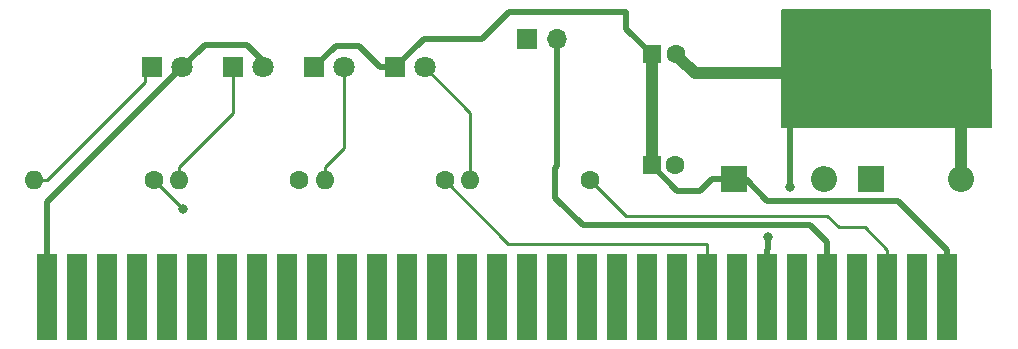
<source format=gbr>
%TF.GenerationSoftware,KiCad,Pcbnew,7.0.7*%
%TF.CreationDate,2023-11-02T23:14:20-05:00*%
%TF.ProjectId,Voltage Blaster,566f6c74-6167-4652-9042-6c6173746572,rev?*%
%TF.SameCoordinates,Original*%
%TF.FileFunction,Copper,L2,Bot*%
%TF.FilePolarity,Positive*%
%FSLAX46Y46*%
G04 Gerber Fmt 4.6, Leading zero omitted, Abs format (unit mm)*
G04 Created by KiCad (PCBNEW 7.0.7) date 2023-11-02 23:14:20*
%MOMM*%
%LPD*%
G01*
G04 APERTURE LIST*
%TA.AperFunction,ComponentPad*%
%ADD10R,1.800000X1.800000*%
%TD*%
%TA.AperFunction,ComponentPad*%
%ADD11C,1.800000*%
%TD*%
%TA.AperFunction,ComponentPad*%
%ADD12C,1.600000*%
%TD*%
%TA.AperFunction,ComponentPad*%
%ADD13O,1.600000X1.600000*%
%TD*%
%TA.AperFunction,ComponentPad*%
%ADD14R,1.700000X1.700000*%
%TD*%
%TA.AperFunction,ComponentPad*%
%ADD15O,1.700000X1.700000*%
%TD*%
%TA.AperFunction,ComponentPad*%
%ADD16R,1.600000X1.600000*%
%TD*%
%TA.AperFunction,ComponentPad*%
%ADD17R,2.200000X2.200000*%
%TD*%
%TA.AperFunction,ComponentPad*%
%ADD18O,2.200000X2.200000*%
%TD*%
%TA.AperFunction,ConnectorPad*%
%ADD19R,1.780000X7.366000*%
%TD*%
%TA.AperFunction,SMDPad,CuDef*%
%ADD20R,1.780000X7.366000*%
%TD*%
%TA.AperFunction,ViaPad*%
%ADD21C,0.800000*%
%TD*%
%TA.AperFunction,Conductor*%
%ADD22C,1.000000*%
%TD*%
%TA.AperFunction,Conductor*%
%ADD23C,0.500000*%
%TD*%
%TA.AperFunction,Conductor*%
%ADD24C,0.250000*%
%TD*%
G04 APERTURE END LIST*
D10*
%TO.P,D1,1,K*%
%TO.N,GND*%
X148945600Y-97637600D03*
D11*
%TO.P,D1,2,A*%
%TO.N,Net-(D1-A)*%
X151485600Y-97637600D03*
%TD*%
D12*
%TO.P,R1,1*%
%TO.N,+5V*%
X165481000Y-107188000D03*
D13*
%TO.P,R1,2*%
%TO.N,Net-(D1-A)*%
X155321000Y-107188000D03*
%TD*%
D12*
%TO.P,R4,1*%
%TO.N,-12V*%
X128524000Y-107188000D03*
D13*
%TO.P,R4,2*%
%TO.N,Net-(D4-K)*%
X118364000Y-107188000D03*
%TD*%
D12*
%TO.P,R3,1*%
%TO.N,-5V*%
X140843000Y-107188000D03*
D13*
%TO.P,R3,2*%
%TO.N,Net-(D3-K)*%
X130683000Y-107188000D03*
%TD*%
D10*
%TO.P,D2,1,K*%
%TO.N,GND*%
X142092600Y-97637600D03*
D11*
%TO.P,D2,2,A*%
%TO.N,Net-(D2-A)*%
X144632600Y-97637600D03*
%TD*%
D10*
%TO.P,D4,1,K*%
%TO.N,Net-(D4-K)*%
X128371600Y-97637600D03*
D11*
%TO.P,D4,2,A*%
%TO.N,GND*%
X130911600Y-97637600D03*
%TD*%
D12*
%TO.P,R2,1*%
%TO.N,+12V*%
X153162000Y-107188000D03*
D13*
%TO.P,R2,2*%
%TO.N,Net-(D2-A)*%
X143002000Y-107188000D03*
%TD*%
D14*
%TO.P,JP1,1,A*%
%TO.N,/VO*%
X160135000Y-95230000D03*
D15*
%TO.P,JP1,2,B*%
%TO.N,-5V*%
X162675000Y-95230000D03*
%TD*%
D16*
%TO.P,C2,1*%
%TO.N,GND*%
X170688000Y-105918000D03*
D12*
%TO.P,C2,2*%
%TO.N,/VO*%
X172688000Y-105918000D03*
%TD*%
D17*
%TO.P,D6,1,K*%
%TO.N,GND*%
X177673000Y-107061000D03*
D18*
%TO.P,D6,2,A*%
%TO.N,/VO*%
X185293000Y-107061000D03*
%TD*%
D10*
%TO.P,D3,1,K*%
%TO.N,Net-(D3-K)*%
X135234600Y-97637600D03*
D11*
%TO.P,D3,2,A*%
%TO.N,GND*%
X137774600Y-97637600D03*
%TD*%
D17*
%TO.P,D5,1,K*%
%TO.N,/VO*%
X189230000Y-107061000D03*
D18*
%TO.P,D5,2,A*%
%TO.N,-12V*%
X196850000Y-107061000D03*
%TD*%
D16*
%TO.P,C1,1*%
%TO.N,GND*%
X170720000Y-96520000D03*
D12*
%TO.P,C1,2*%
%TO.N,-12V*%
X172720000Y-96520000D03*
%TD*%
D19*
%TO.P,J1,B01,GND*%
%TO.N,GND*%
X195707000Y-117094000D03*
%TO.P,J1,B02,RESET*%
%TO.N,unconnected-(J1-RESET-PadB02)*%
X193167000Y-117094000D03*
%TO.P,J1,B03,VCC*%
%TO.N,+5V*%
X190627000Y-117094000D03*
%TO.P,J1,B04,INQ2*%
%TO.N,unconnected-(J1-INQ2-PadB04)*%
X188087000Y-117094000D03*
%TO.P,J1,B05,-5V*%
%TO.N,-5V*%
X185547000Y-117094000D03*
%TO.P,J1,B06,DRQ2*%
%TO.N,unconnected-(J1-DRQ2-PadB06)*%
X183007000Y-117094000D03*
%TO.P,J1,B07,-12V*%
%TO.N,-12V*%
X180467000Y-117094000D03*
%TO.P,J1,B08,UNUSED*%
%TO.N,unconnected-(J1-UNUSED-PadB08)*%
X177927000Y-117094000D03*
%TO.P,J1,B09,+12V*%
%TO.N,+12V*%
X175387000Y-117094000D03*
%TO.P,J1,B10,GND*%
%TO.N,unconnected-(J1-GND-PadB10)*%
X172847000Y-117094000D03*
%TO.P,J1,B11,~{SMEMW}*%
%TO.N,unconnected-(J1-~{SMEMW}-PadB11)*%
X170307000Y-117094000D03*
%TO.P,J1,B12,~{SMEMR}*%
%TO.N,unconnected-(J1-~{SMEMR}-PadB12)*%
X167767000Y-117094000D03*
%TO.P,J1,B13,~{IOW}*%
%TO.N,unconnected-(J1-~{IOW}-PadB13)*%
X165227000Y-117094000D03*
%TO.P,J1,B14,~{IOR}*%
%TO.N,unconnected-(J1-~{IOR}-PadB14)*%
X162687000Y-117094000D03*
%TO.P,J1,B15,~{DACK3}*%
%TO.N,unconnected-(J1-~{DACK3}-PadB15)*%
X160147000Y-117094000D03*
%TO.P,J1,B16,DRQ3*%
%TO.N,unconnected-(J1-DRQ3-PadB16)*%
X157607000Y-117094000D03*
%TO.P,J1,B17,~{DACK1}*%
%TO.N,unconnected-(J1-~{DACK1}-PadB17)*%
X155067000Y-117094000D03*
%TO.P,J1,B18,DRQ1*%
%TO.N,unconnected-(J1-DRQ1-PadB18)*%
X152527000Y-117094000D03*
%TO.P,J1,B19,~{REFRESH}*%
%TO.N,unconnected-(J1-~{REFRESH}-PadB19)*%
X149987000Y-117094000D03*
%TO.P,J1,B20,CLK*%
%TO.N,unconnected-(J1-CLK-PadB20)*%
X147447000Y-117094000D03*
%TO.P,J1,B21,IRQ7*%
%TO.N,unconnected-(J1-IRQ7-PadB21)*%
X144907000Y-117094000D03*
%TO.P,J1,B22,IRQ6*%
%TO.N,unconnected-(J1-IRQ6-PadB22)*%
X142367000Y-117094000D03*
%TO.P,J1,B23,IRQ5*%
%TO.N,unconnected-(J1-IRQ5-PadB23)*%
X139827000Y-117094000D03*
%TO.P,J1,B24,IRQ4*%
%TO.N,unconnected-(J1-IRQ4-PadB24)*%
X137287000Y-117094000D03*
%TO.P,J1,B25,IRQ3*%
%TO.N,unconnected-(J1-IRQ3-PadB25)*%
X134747000Y-117094000D03*
%TO.P,J1,B26,~{DACK2}*%
%TO.N,unconnected-(J1-~{DACK2}-PadB26)*%
X132207000Y-117094000D03*
%TO.P,J1,B27,TC*%
%TO.N,unconnected-(J1-TC-PadB27)*%
X129667000Y-117094000D03*
%TO.P,J1,B28,ALE*%
%TO.N,unconnected-(J1-ALE-PadB28)*%
X127127000Y-117094000D03*
%TO.P,J1,B29,VCC*%
%TO.N,unconnected-(J1-VCC-PadB29)*%
X124587000Y-117094000D03*
%TO.P,J1,B30,OSC*%
%TO.N,unconnected-(J1-OSC-PadB30)*%
X122047000Y-117094000D03*
D20*
%TO.P,J1,B31,GND*%
%TO.N,GND*%
X119507000Y-117094000D03*
%TD*%
D21*
%TO.N,-12V*%
X187960000Y-93980000D03*
X198120000Y-101600000D03*
X193040000Y-93980000D03*
X190500000Y-93980000D03*
X195580000Y-101600000D03*
X198120000Y-99060000D03*
X198120000Y-93980000D03*
X195580000Y-93980000D03*
X198120000Y-96520000D03*
X180577400Y-111963200D03*
X187960000Y-101600000D03*
X194056000Y-97790000D03*
X182366900Y-107747000D03*
X193040000Y-101600000D03*
X190500000Y-101600000D03*
X130973100Y-109637100D03*
%TD*%
D22*
%TO.N,GND*%
X170688000Y-105918000D02*
X170688000Y-104791100D01*
D23*
X172872400Y-108102400D02*
X170688000Y-105918000D01*
X144576800Y-95859600D02*
X145940700Y-95859600D01*
X144526000Y-95808800D02*
X144576800Y-95859600D01*
X174752000Y-108102400D02*
X172872400Y-108102400D01*
D24*
X170720000Y-104759100D02*
X170688000Y-104791100D01*
D23*
X132638800Y-95961200D02*
X132842000Y-95758000D01*
X145940700Y-95859600D02*
X147718700Y-97637600D01*
X151384000Y-95199200D02*
X148945600Y-97637600D01*
X178638200Y-107061000D02*
X180492400Y-108915200D01*
X147718700Y-97637600D02*
X148945600Y-97637600D01*
X137774600Y-97083800D02*
X137774600Y-97637600D01*
X175793400Y-107061000D02*
X174752000Y-108102400D01*
X177673000Y-107061000D02*
X175793400Y-107061000D01*
X177673000Y-107061000D02*
X178638200Y-107061000D01*
X158592600Y-92964000D02*
X168554400Y-92964000D01*
X156357400Y-95199200D02*
X158592600Y-92964000D01*
X156357400Y-95199200D02*
X151384000Y-95199200D01*
X143921400Y-95808800D02*
X144526000Y-95808800D01*
X130911600Y-97637600D02*
X132588000Y-95961200D01*
X168554400Y-92964000D02*
X168554400Y-94354400D01*
X132842000Y-95758000D02*
X136448800Y-95758000D01*
X180492400Y-108915200D02*
X191538100Y-108915200D01*
X168554400Y-94354400D02*
X170720000Y-96520000D01*
X119507000Y-117221000D02*
X119507000Y-109042200D01*
X136448800Y-95758000D02*
X137774600Y-97083800D01*
X142092600Y-97637600D02*
X143921400Y-95808800D01*
X132588000Y-95961200D02*
X132638800Y-95961200D01*
D22*
X170720000Y-96520000D02*
X170720000Y-104759100D01*
D23*
X191538100Y-108915200D02*
X195707000Y-113084100D01*
X195707000Y-113084100D02*
X195707000Y-117221000D01*
X119507000Y-109042200D02*
X130911600Y-97637600D01*
%TO.N,-12V*%
X180577400Y-111963200D02*
X180577400Y-112973700D01*
D24*
X128524000Y-107188000D02*
X130973100Y-109637100D01*
D22*
X196850000Y-101626600D02*
X196850000Y-107061000D01*
D23*
X180577400Y-112973700D02*
X180467000Y-113084100D01*
D22*
X183773300Y-96913700D02*
X182541400Y-98145600D01*
X174345600Y-98145600D02*
X173113700Y-96913700D01*
D23*
X182366900Y-101572000D02*
X182366900Y-107747000D01*
D22*
X182541400Y-98145600D02*
X174345600Y-98145600D01*
D24*
X173113700Y-96913700D02*
X172720000Y-96520000D01*
D23*
X180467000Y-113084100D02*
X180467000Y-117221000D01*
%TO.N,-5V*%
X162509200Y-106121200D02*
X162509200Y-108661200D01*
X162675000Y-105955400D02*
X162675000Y-95230000D01*
X162509200Y-106121200D02*
X162675000Y-105955400D01*
X164846000Y-110998000D02*
X184099200Y-110998000D01*
X185547000Y-112445800D02*
X185547000Y-117221000D01*
X184099200Y-110998000D02*
X185547000Y-112445800D01*
X162509200Y-108661200D02*
X164846000Y-110998000D01*
D24*
%TO.N,Net-(D1-A)*%
X155321000Y-101473000D02*
X151485600Y-97637600D01*
X155321000Y-107188000D02*
X155321000Y-101473000D01*
%TO.N,Net-(D2-A)*%
X144632600Y-104430500D02*
X144632600Y-97637600D01*
X143002000Y-107188000D02*
X143002000Y-106061100D01*
X143002000Y-106061100D02*
X144632600Y-104430500D01*
%TO.N,Net-(D3-K)*%
X135234600Y-97637600D02*
X135234600Y-98864500D01*
X130683000Y-107188000D02*
X130683000Y-106061100D01*
X130683000Y-106061100D02*
X135234600Y-101509500D01*
X135234600Y-101509500D02*
X135234600Y-98864500D01*
%TO.N,Net-(D4-K)*%
X118364000Y-107188000D02*
X119490900Y-107188000D01*
X127814400Y-98194800D02*
X128371600Y-97637600D01*
X119490900Y-107188000D02*
X127814400Y-98864500D01*
X127814400Y-98864500D02*
X127814400Y-98194800D01*
%TO.N,+5V*%
X188716500Y-111173600D02*
X186510000Y-111173600D01*
X185521600Y-110185200D02*
X168478200Y-110185200D01*
X190627000Y-113084100D02*
X188716500Y-111173600D01*
X190627000Y-117221000D02*
X190627000Y-113084100D01*
X186510000Y-111173600D02*
X185521600Y-110185200D01*
X168478200Y-110185200D02*
X165481000Y-107188000D01*
%TO.N,+12V*%
X158546800Y-112572800D02*
X153162000Y-107188000D01*
X175387000Y-117221000D02*
X175387000Y-112572800D01*
X175387000Y-112572800D02*
X158546800Y-112572800D01*
%TD*%
%TA.AperFunction,Conductor*%
%TO.N,-12V*%
G36*
X199334599Y-92729685D02*
G01*
X199380354Y-92782489D01*
X199391550Y-92832431D01*
X199515411Y-102617431D01*
X199496577Y-102684714D01*
X199444356Y-102731133D01*
X199391421Y-102743000D01*
X181734000Y-102743000D01*
X181666961Y-102723315D01*
X181621206Y-102670511D01*
X181610000Y-102619000D01*
X181610000Y-92834000D01*
X181629685Y-92766961D01*
X181682489Y-92721206D01*
X181734000Y-92710000D01*
X199267560Y-92710000D01*
X199334599Y-92729685D01*
G37*
%TD.AperFunction*%
%TD*%
M02*

</source>
